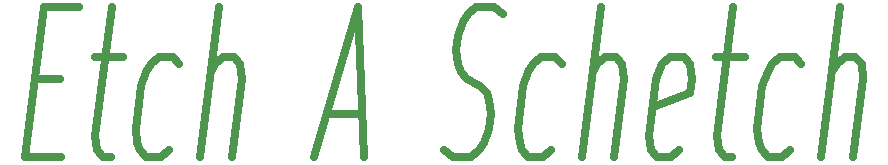
<source format=gbr>
G04 #@! TF.GenerationSoftware,KiCad,Pcbnew,(5.0.0)*
G04 #@! TF.CreationDate,2018-12-13T02:21:36-05:00*
G04 #@! TF.ProjectId,Logo,4C6F676F2E6B696361645F7063620000,rev?*
G04 #@! TF.SameCoordinates,Original*
G04 #@! TF.FileFunction,Copper,L1,Top,Signal*
G04 #@! TF.FilePolarity,Positive*
%FSLAX46Y46*%
G04 Gerber Fmt 4.6, Leading zero omitted, Abs format (unit mm)*
G04 Created by KiCad (PCBNEW (5.0.0)) date 12/13/18 02:21:36*
%MOMM*%
%LPD*%
G01*
G04 APERTURE LIST*
G04 #@! TA.AperFunction,NonConductor*
%ADD10C,0.635000*%
G04 #@! TD*
G04 APERTURE END LIST*
D10*
X3704733Y-12300857D02*
X5821400Y-12300857D01*
X5896995Y-18953238D02*
X2873186Y-18953238D01*
X4460686Y-6253238D01*
X7484495Y-6253238D01*
X8769614Y-10486571D02*
X11188662Y-10486571D01*
X10205924Y-6253238D02*
X8845209Y-17138952D01*
X8996400Y-18348476D01*
X9525566Y-18953238D01*
X10130328Y-18953238D01*
X15044019Y-18348476D02*
X14363662Y-18953238D01*
X13154138Y-18953238D01*
X12624971Y-18348476D01*
X12398186Y-17743714D01*
X12246995Y-16534190D01*
X12700566Y-12905619D01*
X13154138Y-11696095D01*
X13532114Y-11091333D01*
X14212471Y-10486571D01*
X15421995Y-10486571D01*
X15951162Y-11091333D01*
X17689852Y-18953238D02*
X19277352Y-6253238D01*
X20411281Y-18953238D02*
X21242828Y-12300857D01*
X21091638Y-11091333D01*
X20562471Y-10486571D01*
X19655328Y-10486571D01*
X18974971Y-11091333D01*
X18596995Y-11696095D01*
X28424376Y-15324666D02*
X31448186Y-15324666D01*
X27366043Y-18953238D02*
X31070209Y-6253238D01*
X31599376Y-18953238D01*
X38327352Y-18348476D02*
X39158900Y-18953238D01*
X40670805Y-18953238D01*
X41351162Y-18348476D01*
X41729138Y-17743714D01*
X42182709Y-16534190D01*
X42333900Y-15324666D01*
X42182709Y-14115142D01*
X41955924Y-13510380D01*
X41426757Y-12905619D01*
X40292828Y-12300857D01*
X39763662Y-11696095D01*
X39536876Y-11091333D01*
X39385686Y-9881809D01*
X39536876Y-8672285D01*
X39990447Y-7462761D01*
X40368424Y-6858000D01*
X41048781Y-6253238D01*
X42560686Y-6253238D01*
X43392233Y-6858000D01*
X47398781Y-18348476D02*
X46718424Y-18953238D01*
X45508900Y-18953238D01*
X44979733Y-18348476D01*
X44752947Y-17743714D01*
X44601757Y-16534190D01*
X45055328Y-12905619D01*
X45508900Y-11696095D01*
X45886876Y-11091333D01*
X46567233Y-10486571D01*
X47776757Y-10486571D01*
X48305924Y-11091333D01*
X50044614Y-18953238D02*
X51632114Y-6253238D01*
X52766043Y-18953238D02*
X53597590Y-12300857D01*
X53446400Y-11091333D01*
X52917233Y-10486571D01*
X52010090Y-10486571D01*
X51329733Y-11091333D01*
X50951757Y-11696095D01*
X58284495Y-18348476D02*
X57604138Y-18953238D01*
X56394614Y-18953238D01*
X55865447Y-18348476D01*
X55714257Y-17138952D01*
X56319019Y-12300857D01*
X56772590Y-11091333D01*
X57452947Y-10486571D01*
X58662471Y-10486571D01*
X59191638Y-11091333D01*
X59342828Y-12300857D01*
X59191638Y-13510380D01*
X56016638Y-14719904D01*
X61383900Y-10486571D02*
X63802947Y-10486571D01*
X62820209Y-6253238D02*
X61459495Y-17138952D01*
X61610686Y-18348476D01*
X62139852Y-18953238D01*
X62744614Y-18953238D01*
X67658305Y-18348476D02*
X66977947Y-18953238D01*
X65768424Y-18953238D01*
X65239257Y-18348476D01*
X65012471Y-17743714D01*
X64861281Y-16534190D01*
X65314852Y-12905619D01*
X65768424Y-11696095D01*
X66146400Y-11091333D01*
X66826757Y-10486571D01*
X68036281Y-10486571D01*
X68565447Y-11091333D01*
X70304138Y-18953238D02*
X71891638Y-6253238D01*
X73025566Y-18953238D02*
X73857114Y-12300857D01*
X73705924Y-11091333D01*
X73176757Y-10486571D01*
X72269614Y-10486571D01*
X71589257Y-11091333D01*
X71211281Y-11696095D01*
M02*

</source>
